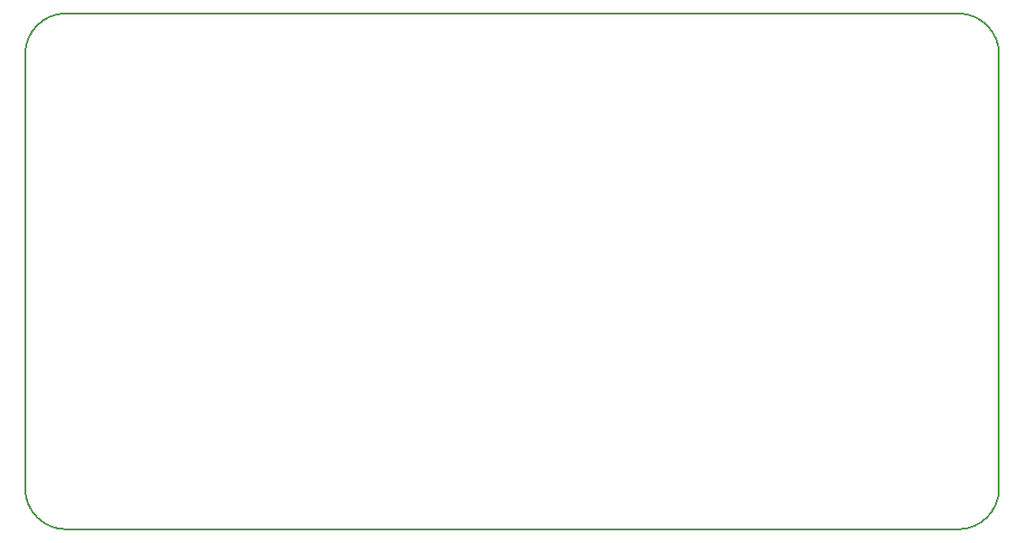
<source format=gko>
G04 #@! TF.GenerationSoftware,KiCad,Pcbnew,5.0.1-33cea8e~68~ubuntu18.04.1*
G04 #@! TF.CreationDate,2018-12-09T10:12:36+01:00*
G04 #@! TF.ProjectId,NFC_adapter,4E46435F616461707465722E6B696361,rev?*
G04 #@! TF.SameCoordinates,PX6239c08PY7b26c20*
G04 #@! TF.FileFunction,Profile,NP*
%FSLAX46Y46*%
G04 Gerber Fmt 4.6, Leading zero omitted, Abs format (unit mm)*
G04 Created by KiCad (PCBNEW 5.0.1-33cea8e~68~ubuntu18.04.1) date ned 09 dec 2018 10:12:36 CET*
%MOMM*%
%LPD*%
G01*
G04 APERTURE LIST*
%ADD10C,0.150000*%
G04 APERTURE END LIST*
D10*
X87172800Y0D02*
G75*
G03X90982800Y3810000I0J3810000D01*
G01*
X90982800Y44450000D02*
G75*
G03X87172800Y48260000I-3810000J0D01*
G01*
X0Y3810000D02*
G75*
G03X3810000Y0I3810000J0D01*
G01*
X3810000Y48260000D02*
G75*
G03X0Y44450000I0J-3810000D01*
G01*
X0Y3810000D02*
X0Y44450000D01*
X87172800Y0D02*
X3810000Y0D01*
X90982800Y44450000D02*
X90982800Y3810000D01*
X3810000Y48260000D02*
X87172800Y48260000D01*
M02*

</source>
